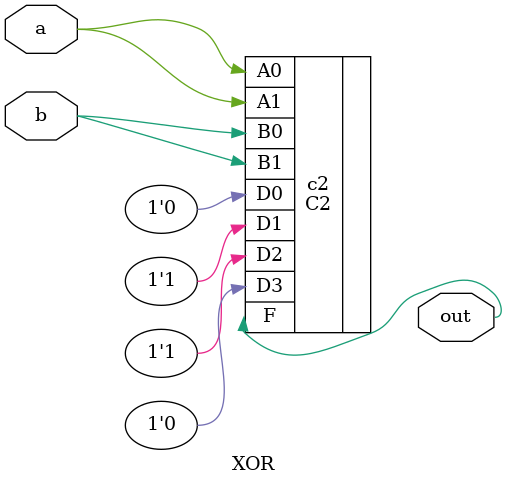
<source format=v>
module XOR (a, b, out);
    input a, b;
    output out;
    C2 c2(.D0(1'b0), .D1(1'b1), .D2(1'b1), .D3(1'b0), .A1(a), .B1(b), .A0(a), .B0(b), .F(out));
endmodule
</source>
